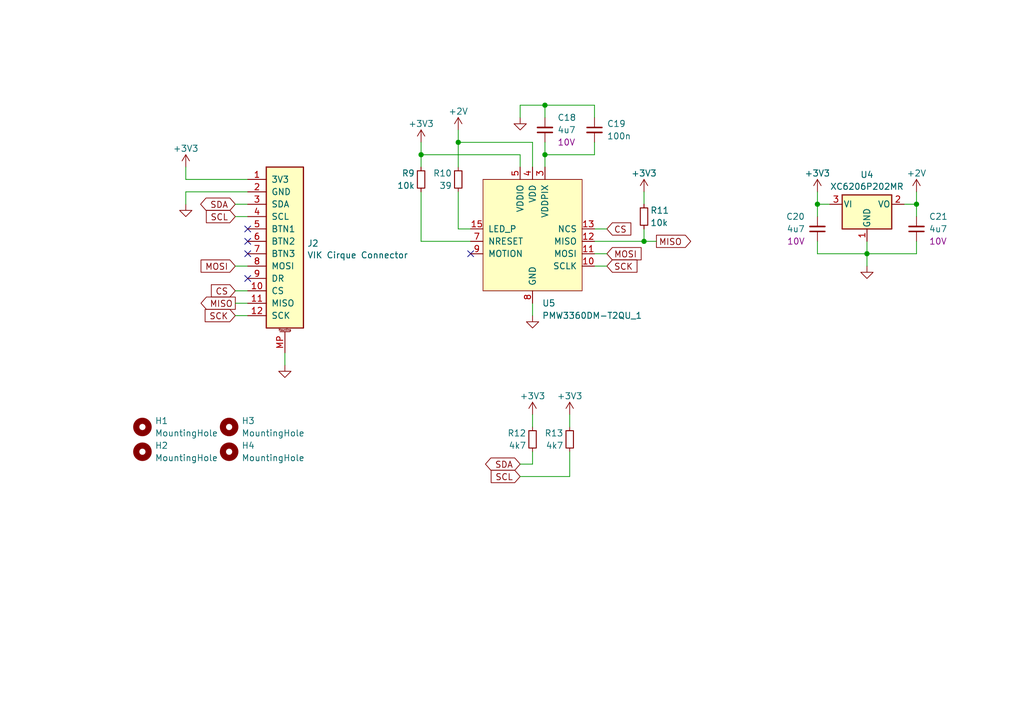
<source format=kicad_sch>
(kicad_sch (version 20250114) (generator "eeschema") (generator_version "9.0")
  (paper "A5")
  (lib_symbols
    (symbol "+2V_1" (power) (pin_names (offset 0))
      (property "Value" "+2V" (at 0 3.81 0))
      (symbol "+2V_1_0_1"
        (polyline (pts (xy -0.762 1.27) (xy 0 2.54)))
        (polyline (pts (xy 0 2.54) (xy 0.762 1.27)))
        (polyline (pts (xy 0 0) (xy 0 2.54)))
      )
      (symbol "+2V_1_1_1"
        (pin power_in line (at 0 0 90) (length 0) (hide yes) (name "+2V") (number "1"))
      )
    )
    (symbol "+3V3_1" (power) (pin_names (offset 0))
      (property "Value" "+3V3_1" (at 0 3.556 0))
      (symbol "+3V3_1_0_1"
        (polyline (pts (xy -0.762 1.27) (xy 0 2.54)))
        (polyline (pts (xy 0 2.54) (xy 0.762 1.27)))
        (polyline (pts (xy 0 0) (xy 0 2.54)))
      )
      (symbol "+3V3_1_1_1"
        (pin power_in line (at 0 0 90) (length 0) (hide yes) (name "+3V3") (number "1"))
      )
    )
    (symbol "Ariamelon-Connector:VIK Cirque Connector" (pin_names (offset 1.016))
      (property "Reference" "J3" (at 4.572 -0.4135 0))
      (property "Value" "VIK Cirque Connector" (at 4.572 -2.8377 0))
      (symbol "VIK Cirque Connector_1_1"
        (rectangle (start -3.81 15.24) (end 3.81 -17.78) (stroke (width 0.254)) (fill (type background)))
        (polyline (pts (xy -1.016 -18.542) (xy 1.016 -18.542)) (stroke (width 0.1524)))
        (text "Mounting" (at 0 -18.161 0) (effects (font (size 0.381 0.381))))
        (pin passive line (at -7.62 12.7 0) (length 3.81) (name "3V3") (number "1"))
        (pin passive line (at -7.62 10.16 0) (length 3.81) (name "GND") (number "2"))
        (pin passive line (at -7.62 7.62 0) (length 3.81) (name "SDA") (number "3"))
        (pin passive line (at -7.62 5.08 0) (length 3.81) (name "SCL") (number "4"))
        (pin passive line (at -7.62 2.54 0) (length 3.81) (name "BTN1") (number "5"))
        (pin passive line (at -7.62 0 0) (length 3.81) (name "BTN2") (number "6"))
        (pin passive line (at -7.62 -2.54 0) (length 3.81) (name "BTN3") (number "7"))
        (pin passive line (at -7.62 -5.08 0) (length 3.81) (name "MOSI") (number "8"))
        (pin passive line (at -7.62 -7.62 0) (length 3.81) (name "DR") (number "9"))
        (pin passive line (at -7.62 -10.16 0) (length 3.81) (name "CS") (number "10"))
        (pin passive line (at -7.62 -12.7 0) (length 3.81) (name "MISO") (number "11"))
        (pin passive line (at -7.62 -15.24 0) (length 3.81) (name "SCK") (number "12"))
        (pin passive line (at 0 -22.86 90) (length 4.318) (name "") (number "MP"))
      )
    )
    (symbol "Ariamelon-Power:+2V" (power) (pin_names (offset 0))
      (property "Value" "+2V" (at 0 3.81 0))
      (symbol "+2V_0_1"
        (polyline (pts (xy -0.762 1.27) (xy 0 2.54)))
        (polyline (pts (xy 0 2.54) (xy 0.762 1.27)))
        (polyline (pts (xy 0 0) (xy 0 2.54)))
      )
      (symbol "+2V_1_1"
        (pin power_in line (at 0 0 90) (length 0) (hide yes) (name "+2V") (number "1"))
      )
    )
    (symbol "Device:C_Small" (pin_numbers (hide yes)) (pin_names (offset 0.254) (hide yes))
      (property "Reference" "C" (at 0.254 1.778 0))
      (property "Value" "C_Small" (at 0.254 -2.032 0))
      (symbol "C_Small_0_1"
        (polyline (pts (xy -1.524 0.508) (xy 1.524 0.508)) (stroke (width 0.3048)))
        (polyline (pts (xy -1.524 -0.508) (xy 1.524 -0.508)) (stroke (width 0.3302)))
      )
      (symbol "C_Small_1_1"
        (pin passive line (at 0 2.54 270) (length 2.032) (name "~") (number "1"))
        (pin passive line (at 0 -2.54 90) (length 2.032) (name "~") (number "2"))
      )
    )
    (symbol "Device:R_Small" (pin_numbers (hide yes)) (pin_names (offset 0.254) (hide yes))
      (property "Reference" "R" (at 0.762 0.508 0))
      (property "Value" "R_Small" (at 0.762 -1.016 0))
      (symbol "R_Small_0_1"
        (rectangle (start -0.762 1.778) (end 0.762 -1.778) (stroke (width 0.2032)))
      )
      (symbol "R_Small_1_1"
        (pin passive line (at 0 2.54 270) (length 0.762) (name "~") (number "1"))
        (pin passive line (at 0 -2.54 90) (length 0.762) (name "~") (number "2"))
      )
    )
    (symbol "Mechanical:MountingHole" (pin_names (offset 1.016)) (exclude_from_sim yes) (in_bom no)
      (property "Reference" "H" (at 0 5.08 0))
      (property "Value" "MountingHole" (at 0 3.175 0))
      (symbol "MountingHole_0_1"
        (circle (center 0 0) (radius 1.27) (stroke (width 1.27)))
      )
    )
    (symbol "PMW3360DM-T2QU_1" (pin_names (offset 1.016))
      (property "Reference" "U?" (at 11.1702 -15.24 0))
      (property "Value" "PMW3360DM-T2QU_1" (at 11.1702 -17.78 0))
      (symbol "PMW3360DM-T2QU_1_0_1"
        (rectangle (start -10.16 10.16) (end 10.16 -12.7) (fill (type background)))
      )
      (symbol "PMW3360DM-T2QU_1_1_1"
        (pin no_connect line (at -12.7 7.62 0) (length 2.54) (hide yes) (name "NC") (number "1"))
        (pin no_connect line (at -12.7 7.62 0) (length 2.54) (hide yes) (name "NC") (number "14"))
        (pin no_connect line (at -12.7 7.62 0) (length 2.54) (hide yes) (name "NC") (number "16"))
        (pin no_connect line (at -12.7 7.62 0) (length 2.54) (hide yes) (name "NC") (number "2"))
        (pin no_connect line (at -12.7 7.62 0) (length 2.54) (hide yes) (name "NC") (number "6"))
        (pin input line (at -12.7 0 0) (length 2.54) (name "LED_P") (number "15"))
        (pin input line (at -12.7 -2.54 0) (length 2.54) (name "NRESET") (number "7"))
        (pin output line (at -12.7 -5.08 0) (length 2.54) (name "MOTION") (number "9"))
        (pin power_in line (at -2.54 12.7 270) (length 2.54) (name "VDDIO") (number "5"))
        (pin power_in line (at 0 12.7 270) (length 2.54) (name "VDD") (number "4"))
        (pin power_in line (at 0 -15.24 90) (length 2.54) (name "GND") (number "8"))
        (pin power_in line (at 2.54 12.7 270) (length 2.54) (name "VDDPIX") (number "3"))
        (pin input line (at 12.7 0 180) (length 2.54) (name "NCS") (number "13"))
        (pin output line (at 12.7 -2.54 180) (length 2.54) (name "MISO") (number "12"))
        (pin input line (at 12.7 -5.08 180) (length 2.54) (name "MOSI") (number "11"))
        (pin input line (at 12.7 -7.62 180) (length 2.54) (name "SCLK") (number "10"))
      )
    )
    (symbol "Regulator_Linear:XC6206PxxxMR" (pin_names (offset 0.254))
      (property "Reference" "U" (at -3.81 3.175 0))
      (property "Value" "XC6206PxxxMR" (at 0 3.175 0))
      (symbol "XC6206PxxxMR_0_1"
        (rectangle (start -5.08 1.905) (end 5.08 -5.08) (stroke (width 0.254)) (fill (type background)))
      )
      (symbol "XC6206PxxxMR_1_1"
        (pin power_in line (at -7.62 0 0) (length 2.54) (name "VI") (number "3"))
        (pin power_in line (at 0 -7.62 90) (length 2.54) (name "GND") (number "1"))
        (pin power_out line (at 7.62 0 180) (length 2.54) (name "VO") (number "2"))
      )
    )
    (symbol "power:+3V3" (power) (pin_names (offset 0))
      (property "Value" "+3V3" (at 0 3.556 0))
      (symbol "+3V3_0_1"
        (polyline (pts (xy -0.762 1.27) (xy 0 2.54)))
        (polyline (pts (xy 0 2.54) (xy 0.762 1.27)))
        (polyline (pts (xy 0 0) (xy 0 2.54)))
      )
      (symbol "+3V3_1_1"
        (pin power_in line (at 0 0 90) (length 0) (hide yes) (name "+3V3") (number "1"))
      )
    )
    (symbol "power:GND" (power) (pin_names (offset 0))
      (property "Value" "GND" (at 0 -3.81 0))
      (symbol "GND_0_1"
        (polyline (pts (xy 0 0) (xy 0 -1.27) (xy 1.27 -1.27) (xy 0 -2.54) (xy -1.27 -1.27) (xy 0 -1.27)))
      )
      (symbol "GND_1_1"
        (pin power_in line (at 0 0 270) (length 0) (hide yes) (name "GND") (number "1"))
      )
    )
  )
  (junction (at 111.76 21.59))
  (junction (at 93.98 29.21))
  (junction (at 86.36 31.75))
  (junction (at 187.96 41.91))
  (junction (at 177.8 52.07))
  (junction (at 132.08 49.53))
  (junction (at 167.64 41.91))
  (junction (at 111.76 31.75))
  (no_connect (at 50.8 49.53))
  (no_connect (at 50.8 46.99))
  (no_connect (at 50.8 52.07))
  (no_connect (at 50.8 57.15))
  (no_connect (at 96.52 52.07))
  (wire (pts (xy 48.26 54.61) (xy 50.8 54.61)))
  (wire (pts (xy 177.8 49.53) (xy 177.8 52.07)))
  (wire (pts (xy 124.46 46.99) (xy 121.92 46.99)))
  (wire (pts (xy 109.22 85.09) (xy 109.22 87.63)))
  (wire (pts (xy 167.64 39.37) (xy 167.64 41.91)))
  (wire (pts (xy 177.8 52.07) (xy 187.96 52.07)))
  (wire (pts (xy 121.92 21.59) (xy 111.76 21.59)))
  (wire (pts (xy 116.84 85.09) (xy 116.84 87.63)))
  (wire (pts (xy 177.8 52.07) (xy 177.8 54.61)))
  (wire (pts (xy 86.36 39.37) (xy 86.36 49.53)))
  (wire (pts (xy 50.8 44.45) (xy 48.26 44.45)))
  (wire (pts (xy 86.36 31.75) (xy 106.68 31.75)))
  (wire (pts (xy 111.76 21.59) (xy 111.76 24.13)))
  (wire (pts (xy 187.96 39.37) (xy 187.96 41.91)))
  (wire (pts (xy 106.68 34.29) (xy 106.68 31.75)))
  (wire (pts (xy 124.46 54.61) (xy 121.92 54.61)))
  (wire (pts (xy 167.64 41.91) (xy 167.64 44.45)))
  (wire (pts (xy 121.92 24.13) (xy 121.92 21.59)))
  (wire (pts (xy 38.1 36.83) (xy 50.8 36.83)))
  (wire (pts (xy 167.64 52.07) (xy 177.8 52.07)))
  (wire (pts (xy 111.76 31.75) (xy 111.76 34.29)))
  (wire (pts (xy 185.42 41.91) (xy 187.96 41.91)))
  (wire (pts (xy 124.46 52.07) (xy 121.92 52.07)))
  (wire (pts (xy 109.22 62.23) (xy 109.22 64.77)))
  (wire (pts (xy 132.08 46.99) (xy 132.08 49.53)))
  (wire (pts (xy 93.98 46.99) (xy 96.52 46.99)))
  (wire (pts (xy 50.8 62.23) (xy 48.26 62.23)))
  (wire (pts (xy 167.64 41.91) (xy 170.18 41.91)))
  (wire (pts (xy 38.1 39.37) (xy 50.8 39.37)))
  (wire (pts (xy 116.84 97.79) (xy 106.68 97.79)))
  (wire (pts (xy 86.36 29.21) (xy 86.36 31.75)))
  (wire (pts (xy 93.98 29.21) (xy 93.98 34.29)))
  (wire (pts (xy 109.22 29.21) (xy 93.98 29.21)))
  (wire (pts (xy 58.42 72.39) (xy 58.42 74.93)))
  (wire (pts (xy 111.76 29.21) (xy 111.76 31.75)))
  (wire (pts (xy 187.96 49.53) (xy 187.96 52.07)))
  (wire (pts (xy 116.84 92.71) (xy 116.84 97.79)))
  (wire (pts (xy 106.68 95.25) (xy 109.22 95.25)))
  (wire (pts (xy 86.36 49.53) (xy 96.52 49.53)))
  (wire (pts (xy 38.1 39.37) (xy 38.1 41.91)))
  (wire (pts (xy 109.22 95.25) (xy 109.22 92.71)))
  (wire (pts (xy 121.92 49.53) (xy 132.08 49.53)))
  (wire (pts (xy 93.98 26.67) (xy 93.98 29.21)))
  (wire (pts (xy 93.98 39.37) (xy 93.98 46.99)))
  (wire (pts (xy 132.08 41.91) (xy 132.08 39.37)))
  (wire (pts (xy 109.22 29.21) (xy 109.22 34.29)))
  (wire (pts (xy 121.92 29.21) (xy 121.92 31.75)))
  (wire (pts (xy 132.08 49.53) (xy 134.62 49.53)))
  (wire (pts (xy 50.8 41.91) (xy 48.26 41.91)))
  (wire (pts (xy 187.96 41.91) (xy 187.96 44.45)))
  (wire (pts (xy 38.1 34.29) (xy 38.1 36.83)))
  (wire (pts (xy 121.92 31.75) (xy 111.76 31.75)))
  (wire (pts (xy 86.36 31.75) (xy 86.36 34.29)))
  (wire (pts (xy 106.68 21.59) (xy 111.76 21.59)))
  (wire (pts (xy 48.26 64.77) (xy 50.8 64.77)))
  (wire (pts (xy 167.64 49.53) (xy 167.64 52.07)))
  (wire (pts (xy 106.68 24.13) (xy 106.68 21.59)))
  (wire (pts (xy 48.26 59.69) (xy 50.8 59.69)))
  (global_label "MISO" (shape output) (at 48.26 62.23 180) (property "Intersheetrefs" "${INTERSHEET_REFS}" (effects (hide yes))))
  (global_label "SCL" (shape input) (at 48.26 44.45 180) (property "Intersheetrefs" "${INTERSHEET_REFS}" (effects (hide yes))))
  (global_label "SCK" (shape input) (at 124.46 54.61 0) (property "Intersheetrefs" "${INTERSHEET_REFS}" (effects (hide yes))))
  (global_label "SDA" (shape bidirectional) (at 106.68 95.25 180) (property "Intersheetrefs" "${INTERSHEET_REFS}" (effects (hide yes))))
  (global_label "SCL" (shape input) (at 106.68 97.79 180) (property "Intersheetrefs" "${INTERSHEET_REFS}" (effects (hide yes))))
  (global_label "MOSI" (shape input) (at 124.46 52.07 0) (property "Intersheetrefs" "${INTERSHEET_REFS}" (effects (hide yes))))
  (global_label "CS" (shape input) (at 48.26 59.69 180) (property "Intersheetrefs" "${INTERSHEET_REFS}" (effects (hide yes))))
  (global_label "SCK" (shape input) (at 48.26 64.77 180) (property "Intersheetrefs" "${INTERSHEET_REFS}" (effects (hide yes))))
  (global_label "CS" (shape input) (at 124.46 46.99 0) (property "Intersheetrefs" "${INTERSHEET_REFS}" (effects (hide yes))))
  (global_label "MISO" (shape output) (at 134.62 49.53 0) (property "Intersheetrefs" "${INTERSHEET_REFS}" (effects (hide yes))))
  (global_label "SDA" (shape bidirectional) (at 48.26 41.91 180) (property "Intersheetrefs" "${INTERSHEET_REFS}" (effects (hide yes))))
  (global_label "MOSI" (shape input) (at 48.26 54.61 180) (property "Intersheetrefs" "${INTERSHEET_REFS}" (effects (hide yes))))
  (symbol (lib_name "+3V3_1") (lib_id "power:+3V3") (at 132.08 39.37 0) (unit 1)
    (property "Reference" "#PWR034" (effects (hide yes)))
    (property "Value" "+3V3" (at 132.08 35.56 0))
  )
  (symbol (lib_id "power:GND") (at 58.42 74.93 0) (unit 1)
    (property "Reference" "#PWR043" (effects (hide yes)))
    (property "Value" "GND" (effects (hide yes)))
  )
  (symbol (lib_id "Device:C_Small") (at 187.96 46.99 180) (unit 1)
    (property "Reference" "C21" (at 190.5 44.45 0) (effects (justify right)))
    (property "Value" "4u7" (at 190.5 46.99 0) (effects (justify right)))
    (property "Footprint" "Capacitor_SMD:C_0402_1005Metric" (effects (hide yes)))
    (property "Description" "0402 capacitor" (effects (hide yes)))
    (property "LCSC" "C23733" (effects (hide yes)))
    (property "Voltage" "10V" (at 190.5 49.53 0) (effects (justify right)))
  )
  (symbol (lib_id "Mechanical:MountingHole") (at 29.21 87.63 0) (unit 1) (exclude_from_sim yes) (in_bom no)
    (property "Reference" "H1" (at 31.75 86.3599 0) (effects (justify left)))
    (property "Value" "MountingHole" (at 31.75 88.8999 0) (effects (justify left)))
    (property "Footprint" "MountingHole:MountingHole_3.2mm_M3" (effects (hide yes)))
    (property "Description" "Mounting Hole without connection" (effects (hide yes)))
  )
  (symbol (lib_id "Device:C_Small") (at 121.92 26.67 0) (unit 1)
    (property "Reference" "C19" (at 124.46 25.4 0) (effects (justify left)))
    (property "Value" "100n" (at 124.46 27.94 0) (effects (justify left)))
    (property "Footprint" "Capacitor_SMD:C_0402_1005Metric" (effects (hide yes)))
    (property "Description" "0402 capacitor" (effects (hide yes)))
    (property "LCSC" "C307331" (effects (hide yes)))
    (property "Voltage" "50V" (effects (hide yes)))
  )
  (symbol (lib_id "Device:R_Small") (at 86.36 36.83 180) (unit 1)
    (property "Reference" "R9" (at 85.09 35.56 0) (effects (justify left)))
    (property "Value" "10k" (at 85.09 38.1 0) (effects (justify left)))
    (property "Footprint" "Resistor_SMD:R_0402_1005Metric" (effects (hide yes)))
    (property "Description" "0402 resistor" (effects (hide yes)))
    (property "LCSC" "C25744" (effects (hide yes)))
  )
  (symbol (lib_name "+3V3_1") (lib_id "power:+3V3") (at 38.1 34.29 0) (unit 1)
    (property "Reference" "#PWR041" (effects (hide yes)))
    (property "Value" "+3V3" (at 38.1 30.48 0))
  )
  (symbol (lib_name "+3V3_1") (lib_id "power:+3V3") (at 116.84 85.09 0) (unit 1)
    (property "Reference" "#PWR040" (effects (hide yes)))
    (property "Value" "+3V3" (at 116.84 81.28 0))
  )
  (symbol (lib_id "power:GND") (at 106.68 24.13 0) (unit 1)
    (property "Reference" "#PWR031" (effects (hide yes)))
    (property "Value" "GND" (effects (hide yes)))
  )
  (symbol (lib_id "Ariamelon-Power:+2V") (at 93.98 26.67 0) (unit 1)
    (property "Reference" "#PWR032" (effects (hide yes)))
    (property "Value" "+2V" (at 93.98 22.86 0))
  )
  (symbol (lib_id "power:GND") (at 38.1 41.91 0) (mirror y) (unit 1)
    (property "Reference" "#PWR042" (effects (hide yes)))
    (property "Value" "GND" (effects (hide yes)))
  )
  (symbol (lib_id "power:GND") (at 109.22 64.77 0) (unit 1)
    (property "Reference" "#PWR038" (effects (hide yes)))
    (property "Value" "GND" (effects (hide yes)))
  )
  (symbol (lib_name "+3V3_1") (lib_id "power:+3V3") (at 109.22 85.09 0) (unit 1)
    (property "Reference" "#PWR039" (effects (hide yes)))
    (property "Value" "+3V3" (at 109.22 81.28 0))
  )
  (symbol (lib_id "Mechanical:MountingHole") (at 29.21 92.71 0) (unit 1) (exclude_from_sim yes) (in_bom no)
    (property "Reference" "H2" (at 31.75 91.4399 0) (effects (justify left)))
    (property "Value" "MountingHole" (at 31.75 93.9799 0) (effects (justify left)))
    (property "Footprint" "MountingHole:MountingHole_3.2mm_M3" (effects (hide yes)))
    (property "Description" "Mounting Hole without connection" (effects (hide yes)))
  )
  (symbol (lib_id "power:+3V3") (at 167.64 39.37 0) (unit 1)
    (property "Reference" "#PWR035" (effects (hide yes)))
    (property "Value" "+3V3" (at 167.64 35.56 0))
  )
  (symbol (lib_name "+3V3_1") (lib_id "power:+3V3") (at 86.36 29.21 0) (unit 1)
    (property "Reference" "#PWR033" (effects (hide yes)))
    (property "Value" "+3V3" (at 86.36 25.4 0))
  )
  (symbol (lib_id "Mechanical:MountingHole") (at 46.99 87.63 0) (unit 1) (exclude_from_sim yes) (in_bom no)
    (property "Reference" "H3" (at 49.53 86.3599 0) (effects (justify left)))
    (property "Value" "MountingHole" (at 49.53 88.8999 0) (effects (justify left)))
    (property "Footprint" "MountingHole:MountingHole_3.2mm_M3" (effects (hide yes)))
    (property "Description" "Mounting Hole without connection" (effects (hide yes)))
  )
  (symbol (lib_id "Device:R_Small") (at 132.08 44.45 180) (unit 1)
    (property "Reference" "R11" (at 133.35 43.18 0) (effects (justify right)))
    (property "Value" "10k" (at 133.35 45.72 0) (effects (justify right)))
    (property "Footprint" "Resistor_SMD:R_0402_1005Metric" (effects (hide yes)))
    (property "Description" "0402 resistor" (effects (hide yes)))
    (property "LCSC" "C25744" (effects (hide yes)))
  )
  (symbol (lib_id "Regulator_Linear:XC6206PxxxMR") (at 177.8 41.91 0) (unit 1)
    (property "Reference" "U4" (at 177.8 35.8607 0))
    (property "Value" "XC6206P202MR" (at 177.8 38.2849 0))
    (property "Footprint" "Ariamelon-Package:SOT-23-3" (effects (hide yes)))
    (property "Datasheet" "https://www.torexsemi.com/file/xc6206/XC6206.pdf" (effects (hide yes)))
    (property "LCSC" "C2891260" (effects (hide yes)))
  )
  (symbol (lib_id "Device:R_Small") (at 93.98 36.83 0) (mirror x) (unit 1)
    (property "Reference" "R10" (at 92.71 35.56 0) (effects (justify right)))
    (property "Value" "39" (at 92.71 38.1 0) (effects (justify right)))
    (property "Footprint" "Resistor_SMD:R_0402_1005Metric" (effects (hide yes)))
    (property "Description" "0402 resistor" (effects (hide yes)))
    (property "LCSC" "C25164" (effects (hide yes)))
  )
  (symbol (lib_name "PMW3360DM-T2QU_1") (lib_id "Ariamelon-IC:PMW3360DM-T2QU_1") (at 109.22 46.99 0) (unit 1)
    (property "Reference" "U5" (at 111.1759 62.23 0) (effects (justify left)))
    (property "Value" "PMW3360DM-T2QU_1" (at 111.1759 64.77 0) (effects (justify left)))
    (property "Footprint" "Ariamelon-Package:PixArt_PMW3360DM-T2QU" (effects (hide yes)))
    (property "Description" "Optical sensor" (effects (hide yes)))
  )
  (symbol (lib_id "Device:R_Small") (at 116.84 90.17 0) (unit 1)
    (property "Reference" "R13" (at 115.57 88.9 0) (effects (justify right)))
    (property "Value" "4k7" (at 115.57 91.44 0) (effects (justify right)))
    (property "Footprint" "Resistor_SMD:R_0402_1005Metric" (effects (hide yes)))
    (property "Description" "0402 resistor" (effects (hide yes)))
    (property "LCSC" "C25900" (effects (hide yes)))
  )
  (symbol (lib_id "power:GND") (at 177.8 54.61 0) (unit 1)
    (property "Reference" "#PWR037" (effects (hide yes)))
    (property "Value" "GND" (effects (hide yes)))
  )
  (symbol (lib_id "Mechanical:MountingHole") (at 46.99 92.71 0) (unit 1) (exclude_from_sim yes) (in_bom no)
    (property "Reference" "H4" (at 49.53 91.4399 0) (effects (justify left)))
    (property "Value" "MountingHole" (at 49.53 93.9799 0) (effects (justify left)))
    (property "Footprint" "MountingHole:MountingHole_3.2mm_M3" (effects (hide yes)))
    (property "Description" "Mounting Hole without connection" (effects (hide yes)))
  )
  (symbol (lib_id "Device:C_Small") (at 167.64 46.99 0) (mirror x) (unit 1)
    (property "Reference" "C20" (at 165.1 44.45 0) (effects (justify right)))
    (property "Value" "4u7" (at 165.1 46.99 0) (effects (justify right)))
    (property "Footprint" "Capacitor_SMD:C_0402_1005Metric" (effects (hide yes)))
    (property "Description" "0402 capacitor" (effects (hide yes)))
    (property "LCSC" "C23733" (effects (hide yes)))
    (property "Voltage" "10V" (at 165.1 49.53 0) (effects (justify right)))
  )
  (symbol (lib_id "Device:R_Small") (at 109.22 90.17 0) (unit 1)
    (property "Reference" "R12" (at 107.95 88.9 0) (effects (justify right)))
    (property "Value" "4k7" (at 107.95 91.44 0) (effects (justify right)))
    (property "Footprint" "Resistor_SMD:R_0402_1005Metric" (effects (hide yes)))
    (property "Description" "0402 resistor" (effects (hide yes)))
    (property "LCSC" "C25900" (effects (hide yes)))
  )
  (symbol (lib_name "+2V_1") (lib_id "Ariamelon-Power:+2V") (at 187.96 39.37 0) (unit 1)
    (property "Reference" "#PWR036" (effects (hide yes)))
    (property "Value" "+2V" (at 187.96 35.56 0))
  )
  (symbol (lib_id "Ariamelon-Connector:VIK Cirque Connector") (at 58.42 49.53 0) (unit 1)
    (property "Reference" "J2" (at 62.992 49.9435 0) (effects (justify left)))
    (property "Value" "VIK Cirque Connector" (at 62.992 52.3677 0) (effects (justify left)))
    (property "Footprint" "Ariamelon-Connector:VIK_Cirque_Horizontal" (effects (hide yes)))
    (property "Description" "FFC receptacle" (effects (hide yes)))
    (property "LCSC" "C88360" (effects (hide yes)))
  )
  (symbol (lib_id "Device:C_Small") (at 111.76 26.67 180) (unit 1)
    (property "Reference" "C18" (at 114.3 24.13 0) (effects (justify right)))
    (property "Value" "4u7" (at 114.3 26.67 0) (effects (justify right)))
    (property "Footprint" "Capacitor_SMD:C_0402_1005Metric" (effects (hide yes)))
    (property "Description" "0402 capacitor" (effects (hide yes)))
    (property "LCSC" "C23733" (effects (hide yes)))
    (property "Voltage" "10V" (at 114.3 29.21 0) (effects (justify right)))
  )
)
</source>
